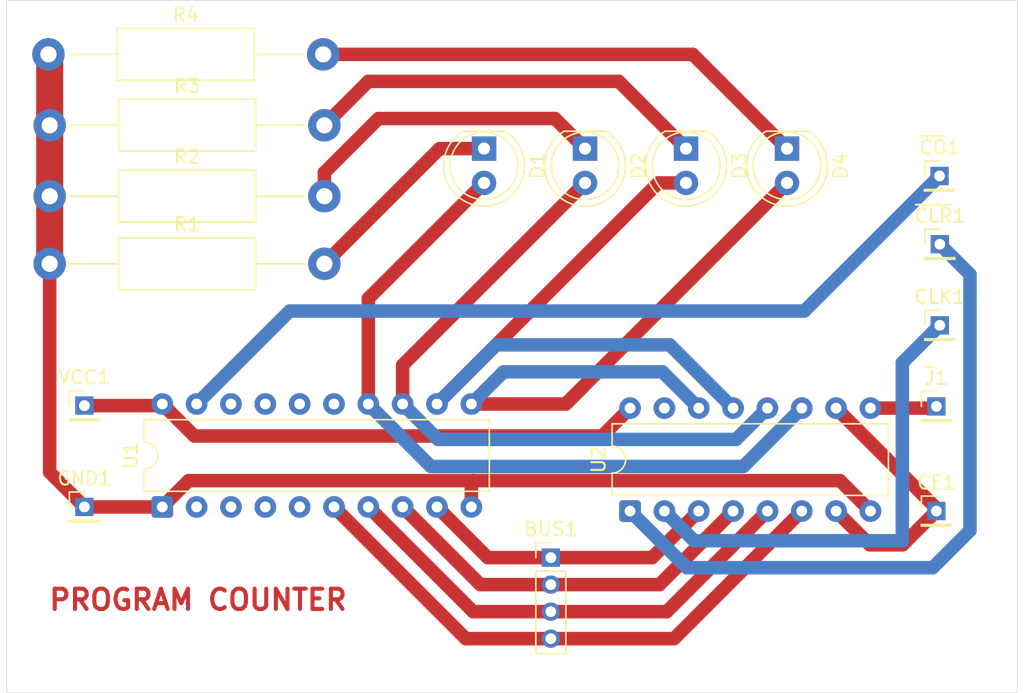
<source format=kicad_pcb>
(kicad_pcb (version 20241229) (generator "pcbnew") (generator_version "9.0")
  (layers (0 "F.Cu" signal) (2 "B.Cu" signal) (13 "F.Paste" user) (15 "B.Paste" user) (5 "F.SilkS" user "F.Silkscreen") (7 "B.SilkS" user "B.Silkscreen") (1 "F.Mask" user) (3 "B.Mask" user) (25 "Edge.Cuts" user))
  (net 0 "")
  (net 1 "Net-(D1-K)")
  (net 2 "Net-(D1-A)")
  (net 3 "Net-(D3-K)")
  (net 4 "Net-(D3-A)")
  (net 5 "Net-(D4-A)")
  (net 6 "Net-(D2-K)")
  (net 8 "Net-(D2-A)")
  (net 17 "Net-(BUS1-Pin_1)")
  (net 18 "Net-(BUS1-Pin_2)")
  (net 19 "Net-(BUS1-Pin_4)")
  (net 20 "Net-(BUS1-Pin_3)")
  (net 21 "Net-(CE1-Pin_1)")
  (net 22 "Net-(CLK1-Pin_1)")
  (net 23 "Net-(GND1-Pin_1)")
  (net 24 "Net-(U1-VCC)")
  (net 25 "Net-(U1-CE)")
  (net 26 "Net-(U2-~{MR})")
  (net 27 "Net-(U2-~{PE})")
  (net 28 "Net-(D4-K)")
  (footprint "Resistor_THT:R_Axial_DIN0411_L9.9mm_D3.6mm_P20.32mm_Horizontal" (layer "F.Cu") (at 33.43 53)
    (property "Reference" "R1" (at 10.16 -2.92 0) (layer "F.SilkS"))
    (property "Value" "R")
    (fp_line (start 1.44 0) (end 5.09 0) (stroke (width 0.12)) (layer "F.SilkS"))
    (fp_line (start 18.88 0) (end 15.23 0) (stroke (width 0.12)) (layer "F.SilkS"))
    (fp_rect (start 5.09 -1.92) (end 15.23 1.92) (stroke (width 0.12)) (fill no) (layer "F.SilkS"))
    (pad "1" thru_hole circle (at 0 0) (size 2.4 2.4) (drill 1.2) (layers "*.Cu" "*.Mask") (net 23 "Net-(GND1-Pin_1)"))
    (pad "2" thru_hole circle (at 20.32 0) (size 2.4 2.4) (drill 1.2) (layers "*.Cu" "*.Mask") (net 1 "Net-(D1-K)"))
  )
  (footprint "Package_DIP:DIP-20_W7.62mm" (layer "F.Cu") (at 41.76 71 90)
    (property "Reference" "U1" (at 3.81 -2.33 90) (layer "F.SilkS"))
    (property "Value" "74LS245")
    (fp_line (start 6.46 -1.33) (end 4.81 -1.33) (stroke (width 0.12)) (layer "F.SilkS"))
    (fp_line (start 2.81 -1.33) (end 1.16 -1.33) (stroke (width 0.12)) (layer "F.SilkS"))
    (fp_line (start 1.16 -1.33) (end 1.16 24.19) (stroke (width 0.12)) (layer "F.SilkS"))
    (fp_line (start 6.46 24.19) (end 6.46 -1.33) (stroke (width 0.12)) (layer "F.SilkS"))
    (fp_line (start 1.16 24.19) (end 6.46 24.19) (stroke (width 0.12)) (layer "F.SilkS"))
    (fp_arc (start 4.81 -1.33) (mid 3.81 -0.33) (end 2.81 -1.33) (stroke (width 0.12)) (layer "F.SilkS"))
    (pad "1" thru_hole roundrect (at 0 0 90) (size 1.6 1.6) (drill 0.8) (layers "*.Cu" "*.Mask") (roundrect_rratio 0.15625) (net 23 "Net-(GND1-Pin_1)"))
    (pad "2" thru_hole circle (at 0 2.54 90) (size 1.6 1.6) (drill 0.8) (layers "*.Cu" "*.Mask"))
    (pad "3" thru_hole circle (at 0 5.08 90) (size 1.6 1.6) (drill 0.8) (layers "*.Cu" "*.Mask"))
    (pad "4" thru_hole circle (at 0 7.62 90) (size 1.6 1.6) (drill 0.8) (layers "*.Cu" "*.Mask"))
    (pad "5" thru_hole circle (at 0 10.16 90) (size 1.6 1.6) (drill 0.8) (layers "*.Cu" "*.Mask"))
    (pad "6" thru_hole circle (at 0 12.7 90) (size 1.6 1.6) (drill 0.8) (layers "*.Cu" "*.Mask") (net 19 "Net-(BUS1-Pin_4)"))
    (pad "7" thru_hole circle (at 0 15.24 90) (size 1.6 1.6) (drill 0.8) (layers "*.Cu" "*.Mask") (net 20 "Net-(BUS1-Pin_3)"))
    (pad "8" thru_hole circle (at 0 17.78 90) (size 1.6 1.6) (drill 0.8) (layers "*.Cu" "*.Mask") (net 18 "Net-(BUS1-Pin_2)"))
    (pad "9" thru_hole circle (at 0 20.32 90) (size 1.6 1.6) (drill 0.8) (layers "*.Cu" "*.Mask") (net 17 "Net-(BUS1-Pin_1)"))
    (pad "10" thru_hole circle (at 0 22.86 90) (size 1.6 1.6) (drill 0.8) (layers "*.Cu" "*.Mask") (net 23 "Net-(GND1-Pin_1)"))
    (pad "11" thru_hole circle (at 7.62 22.86 90) (size 1.6 1.6) (drill 0.8) (layers "*.Cu" "*.Mask") (net 5 "Net-(D4-A)"))
    (pad "12" thru_hole circle (at 7.62 20.32 90) (size 1.6 1.6) (drill 0.8) (layers "*.Cu" "*.Mask") (net 4 "Net-(D3-A)"))
    (pad "13" thru_hole circle (at 7.62 17.78 90) (size 1.6 1.6) (drill 0.8) (layers "*.Cu" "*.Mask") (net 8 "Net-(D2-A)"))
    (pad "14" thru_hole circle (at 7.62 15.24 90) (size 1.6 1.6) (drill 0.8) (layers "*.Cu" "*.Mask") (net 2 "Net-(D1-A)"))
    (pad "15" thru_hole circle (at 7.62 12.7 90) (size 1.6 1.6) (drill 0.8) (layers "*.Cu" "*.Mask"))
    (pad "16" thru_hole circle (at 7.62 10.16 90) (size 1.6 1.6) (drill 0.8) (layers "*.Cu" "*.Mask"))
    (pad "17" thru_hole circle (at 7.62 7.62 90) (size 1.6 1.6) (drill 0.8) (layers "*.Cu" "*.Mask"))
    (pad "18" thru_hole circle (at 7.62 5.08 90) (size 1.6 1.6) (drill 0.8) (layers "*.Cu" "*.Mask"))
    (pad "19" thru_hole circle (at 7.62 2.54 90) (size 1.6 1.6) (drill 0.8) (layers "*.Cu" "*.Mask") (net 25 "Net-(U1-CE)"))
    (pad "20" thru_hole circle (at 7.62 0 90) (size 1.6 1.6) (drill 0.8) (layers "*.Cu" "*.Mask") (net 24 "Net-(U1-VCC)"))
  )
  (footprint "Package_DIP:DIP-16_W7.62mm" (layer "F.Cu") (at 76.36 71.305 90)
    (property "Reference" "U2" (at 3.81 -2.33 90) (layer "F.SilkS"))
    (property "Value" "74LS161")
    (fp_line (start 6.46 -1.33) (end 4.81 -1.33) (stroke (width 0.12)) (layer "F.SilkS"))
    (fp_line (start 2.81 -1.33) (end 1.16 -1.33) (stroke (width 0.12)) (layer "F.SilkS"))
    (fp_line (start 1.16 -1.33) (end 1.16 19.11) (stroke (width 0.12)) (layer "F.SilkS"))
    (fp_line (start 6.46 19.11) (end 6.46 -1.33) (stroke (width 0.12)) (layer "F.SilkS"))
    (fp_line (start 1.16 19.11) (end 6.46 19.11) (stroke (width 0.12)) (layer "F.SilkS"))
    (fp_arc (start 4.81 -1.33) (mid 3.81 -0.33) (end 2.81 -1.33) (stroke (width 0.12)) (layer "F.SilkS"))
    (pad "1" thru_hole roundrect (at 0 0 90) (size 1.6 1.6) (drill 0.8) (layers "*.Cu" "*.Mask") (roundrect_rratio 0.15625) (net 26 "Net-(U2-~{MR})"))
    (pad "2" thru_hole circle (at 0 2.54 90) (size 1.6 1.6) (drill 0.8) (layers "*.Cu" "*.Mask") (net 22 "Net-(CLK1-Pin_1)"))
    (pad "3" thru_hole circle (at 0 5.08 90) (size 1.6 1.6) (drill 0.8) (layers "*.Cu" "*.Mask") (net 17 "Net-(BUS1-Pin_1)"))
    (pad "4" thru_hole circle (at 0 7.62 90) (size 1.6 1.6) (drill 0.8) (layers "*.Cu" "*.Mask") (net 18 "Net-(BUS1-Pin_2)"))
    (pad "5" thru_hole circle (at 0 10.16 90) (size 1.6 1.6) (drill 0.8) (layers "*.Cu" "*.Mask") (net 20 "Net-(BUS1-Pin_3)"))
    (pad "6" thru_hole circle (at 0 12.7 90) (size 1.6 1.6) (drill 0.8) (layers "*.Cu" "*.Mask") (net 19 "Net-(BUS1-Pin_4)"))
    (pad "7" thru_hole circle (at 0 15.24 90) (size 1.6 1.6) (drill 0.8) (layers "*.Cu" "*.Mask") (net 21 "Net-(CE1-Pin_1)"))
    (pad "8" thru_hole circle (at 0 17.78 90) (size 1.6 1.6) (drill 0.8) (layers "*.Cu" "*.Mask") (net 23 "Net-(GND1-Pin_1)"))
    (pad "9" thru_hole circle (at 7.62 17.78 90) (size 1.6 1.6) (drill 0.8) (layers "*.Cu" "*.Mask") (net 27 "Net-(U2-~{PE})"))
    (pad "10" thru_hole circle (at 7.62 15.24 90) (size 1.6 1.6) (drill 0.8) (layers "*.Cu" "*.Mask") (net 21 "Net-(CE1-Pin_1)"))
    (pad "11" thru_hole circle (at 7.62 12.7 90) (size 1.6 1.6) (drill 0.8) (layers "*.Cu" "*.Mask") (net 2 "Net-(D1-A)"))
    (pad "12" thru_hole circle (at 7.62 10.16 90) (size 1.6 1.6) (drill 0.8) (layers "*.Cu" "*.Mask") (net 8 "Net-(D2-A)"))
    (pad "13" thru_hole circle (at 7.62 7.62 90) (size 1.6 1.6) (drill 0.8) (layers "*.Cu" "*.Mask") (net 4 "Net-(D3-A)"))
    (pad "14" thru_hole circle (at 7.62 5.08 90) (size 1.6 1.6) (drill 0.8) (layers "*.Cu" "*.Mask") (net 5 "Net-(D4-A)"))
    (pad "15" thru_hole circle (at 7.62 2.54 90) (size 1.6 1.6) (drill 0.8) (layers "*.Cu" "*.Mask"))
    (pad "16" thru_hole circle (at 7.62 0 90) (size 1.6 1.6) (drill 0.8) (layers "*.Cu" "*.Mask") (net 24 "Net-(U1-VCC)"))
  )
  (footprint "LED_THT:LED_D5.0mm" (layer "F.Cu") (at 80.5 44.475 -90)
    (property "Reference" "D3" (at 1.27 -3.96 90) (layer "F.SilkS"))
    (property "Value" "LED")
    (fp_line (start -1.29 -1.545) (end -1.29 1.545) (stroke (width 0.12)) (layer "F.SilkS"))
    (fp_arc (start 4.26 0) (mid 2.071779 2.880495) (end -1.29 1.54483) (stroke (width 0.12)) (layer "F.SilkS"))
    (fp_arc (start -1.29 -1.54483) (mid 2.071779 -2.880495) (end 4.26 0) (stroke (width 0.12)) (layer "F.SilkS"))
    (fp_circle (center 1.27 0) (end 3.77 0) (stroke (width 0.12)) (fill no) (layer "F.SilkS"))
    (pad "1" thru_hole rect (at 0 0 270) (size 1.8 1.8) (drill 0.9) (layers "*.Cu" "*.Mask") (net 3 "Net-(D3-K)"))
    (pad "2" thru_hole circle (at 2.54 0 270) (size 1.8 1.8) (drill 0.9) (layers "*.Cu" "*.Mask") (net 4 "Net-(D3-A)"))
  )
  (footprint "Connector_PinHeader_2.00mm:PinHeader_1x01_P2.00mm_Vertical" (layer "F.Cu") (at 99.25 46.5)
    (property "Reference" "~{CO}1" (at 0 -2.11 0) (layer "F.SilkS"))
    (property "Value" "Conn_01x01_Pin")
    (fp_line (start -1.11 -1.11) (end 0 -1.11) (stroke (width 0.12)) (layer "F.SilkS"))
    (fp_line (start -1.11 0) (end -1.11 -1.11) (stroke (width 0.12)) (layer "F.SilkS"))
    (fp_line (start -1.11 1) (end -1.11 1.11) (stroke (width 0.12)) (layer "F.SilkS"))
    (fp_line (start -1.11 1) (end 1.11 1) (stroke (width 0.12)) (layer "F.SilkS"))
    (fp_line (start -1.11 1.11) (end 1.11 1.11) (stroke (width 0.12)) (layer "F.SilkS"))
    (fp_line (start 1.11 1) (end 1.11 1.11) (stroke (width 0.12)) (layer "F.SilkS"))
    (pad "1" thru_hole rect (at 0 0) (size 1.35 1.35) (drill 0.8) (layers "*.Cu" "*.Mask") (net 25 "Net-(U1-CE)"))
  )
  (footprint "Connector_PinHeader_2.00mm:PinHeader_1x01_P2.00mm_Vertical" (layer "F.Cu") (at 36 71)
    (property "Reference" "GND1" (at 0 -2.11 0) (layer "F.SilkS"))
    (property "Value" "Conn_01x01_Pin")
    (fp_line (start -1.11 -1.11) (end 0 -1.11) (stroke (width 0.12)) (layer "F.SilkS"))
    (fp_line (start -1.11 0) (end -1.11 -1.11) (stroke (width 0.12)) (layer "F.SilkS"))
    (fp_line (start -1.11 1) (end -1.11 1.11) (stroke (width 0.12)) (layer "F.SilkS"))
    (fp_line (start -1.11 1) (end 1.11 1) (stroke (width 0.12)) (layer "F.SilkS"))
    (fp_line (start -1.11 1.11) (end 1.11 1.11) (stroke (width 0.12)) (layer "F.SilkS"))
    (fp_line (start 1.11 1) (end 1.11 1.11) (stroke (width 0.12)) (layer "F.SilkS"))
    (pad "1" thru_hole rect (at 0 0) (size 1.35 1.35) (drill 0.8) (layers "*.Cu" "*.Mask") (net 23 "Net-(GND1-Pin_1)"))
  )
  (footprint "Connector_PinHeader_2.00mm:PinHeader_1x01_P2.00mm_Vertical" (layer "F.Cu") (at 99.27 51.555)
    (property "Reference" "~{CLR}1" (at 0 -2.11 0) (layer "F.SilkS"))
    (property "Value" "Conn_01x01_Pin")
    (fp_line (start -1.11 -1.11) (end 0 -1.11) (stroke (width 0.12)) (layer "F.SilkS"))
    (fp_line (start -1.11 0) (end -1.11 -1.11) (stroke (width 0.12)) (layer "F.SilkS"))
    (fp_line (start -1.11 1) (end -1.11 1.11) (stroke (width 0.12)) (layer "F.SilkS"))
    (fp_line (start -1.11 1) (end 1.11 1) (stroke (width 0.12)) (layer "F.SilkS"))
    (fp_line (start -1.11 1.11) (end 1.11 1.11) (stroke (width 0.12)) (layer "F.SilkS"))
    (fp_line (start 1.11 1) (end 1.11 1.11) (stroke (width 0.12)) (layer "F.SilkS"))
    (pad "1" thru_hole rect (at 0 0) (size 1.35 1.35) (drill 0.8) (layers "*.Cu" "*.Mask") (net 26 "Net-(U2-~{MR})"))
  )
  (footprint "Connector_PinHeader_2.00mm:PinHeader_1x01_P2.00mm_Vertical" (layer "F.Cu") (at 99.27 57.555)
    (property "Reference" "CLK1" (at 0 -2.11 0) (layer "F.SilkS"))
    (property "Value" "Conn_01x01_Pin")
    (fp_line (start -1.11 -1.11) (end 0 -1.11) (stroke (width 0.12)) (layer "F.SilkS"))
    (fp_line (start -1.11 0) (end -1.11 -1.11) (stroke (width 0.12)) (layer "F.SilkS"))
    (fp_line (start -1.11 1) (end -1.11 1.11) (stroke (width 0.12)) (layer "F.SilkS"))
    (fp_line (start -1.11 1) (end 1.11 1) (stroke (width 0.12)) (layer "F.SilkS"))
    (fp_line (start -1.11 1.11) (end 1.11 1.11) (stroke (width 0.12)) (layer "F.SilkS"))
    (fp_line (start 1.11 1) (end 1.11 1.11) (stroke (width 0.12)) (layer "F.SilkS"))
    (pad "1" thru_hole rect (at 0 0) (size 1.35 1.35) (drill 0.8) (layers "*.Cu" "*.Mask") (net 22 "Net-(CLK1-Pin_1)"))
  )
  (footprint "LED_THT:LED_D5.0mm" (layer "F.Cu") (at 73.03 44.475 -90)
    (property "Reference" "D2" (at 1.27 -3.96 90) (layer "F.SilkS"))
    (property "Value" "LED")
    (fp_line (start -1.29 -1.545) (end -1.29 1.545) (stroke (width 0.12)) (layer "F.SilkS"))
    (fp_arc (start 4.26 0) (mid 2.071779 2.880495) (end -1.29 1.54483) (stroke (width 0.12)) (layer "F.SilkS"))
    (fp_arc (start -1.29 -1.54483) (mid 2.071779 -2.880495) (end 4.26 0) (stroke (width 0.12)) (layer "F.SilkS"))
    (fp_circle (center 1.27 0) (end 3.77 0) (stroke (width 0.12)) (fill no) (layer "F.SilkS"))
    (pad "1" thru_hole rect (at 0 0 270) (size 1.8 1.8) (drill 0.9) (layers "*.Cu" "*.Mask") (net 6 "Net-(D2-K)"))
    (pad "2" thru_hole circle (at 2.54 0 270) (size 1.8 1.8) (drill 0.9) (layers "*.Cu" "*.Mask") (net 8 "Net-(D2-A)"))
  )
  (footprint "LED_THT:LED_D5.0mm" (layer "F.Cu") (at 87.97 44.475 -90)
    (property "Reference" "D4" (at 1.27 -3.96 90) (layer "F.SilkS"))
    (property "Value" "LED")
    (fp_line (start -1.29 -1.545) (end -1.29 1.545) (stroke (width 0.12)) (layer "F.SilkS"))
    (fp_arc (start 4.26 0) (mid 2.071779 2.880495) (end -1.29 1.54483) (stroke (width 0.12)) (layer "F.SilkS"))
    (fp_arc (start -1.29 -1.54483) (mid 2.071779 -2.880495) (end 4.26 0) (stroke (width 0.12)) (layer "F.SilkS"))
    (fp_circle (center 1.27 0) (end 3.77 0) (stroke (width 0.12)) (fill no) (layer "F.SilkS"))
    (pad "1" thru_hole rect (at 0 0 270) (size 1.8 1.8) (drill 0.9) (layers "*.Cu" "*.Mask") (net 28 "Net-(D4-K)"))
    (pad "2" thru_hole circle (at 2.54 0 270) (size 1.8 1.8) (drill 0.9) (layers "*.Cu" "*.Mask") (net 5 "Net-(D4-A)"))
  )
  (footprint "Resistor_THT:R_Axial_DIN0411_L9.9mm_D3.6mm_P20.32mm_Horizontal" (layer "F.Cu") (at 33.43 48)
    (property "Reference" "R2" (at 10.16 -2.92 0) (layer "F.SilkS"))
    (property "Value" "R")
    (fp_line (start 1.44 0) (end 5.09 0) (stroke (width 0.12)) (layer "F.SilkS"))
    (fp_line (start 18.88 0) (end 15.23 0) (stroke (width 0.12)) (layer "F.SilkS"))
    (fp_rect (start 5.09 -1.92) (end 15.23 1.92) (stroke (width 0.12)) (fill no) (layer "F.SilkS"))
    (pad "1" thru_hole circle (at 0 0) (size 2.4 2.4) (drill 1.2) (layers "*.Cu" "*.Mask") (net 23 "Net-(GND1-Pin_1)"))
    (pad "2" thru_hole circle (at 20.32 0) (size 2.4 2.4) (drill 1.2) (layers "*.Cu" "*.Mask") (net 6 "Net-(D2-K)"))
  )
  (footprint "Connector_PinHeader_2.00mm:PinHeader_1x01_P2.00mm_Vertical" (layer "F.Cu") (at 99.02 63.555)
    (property "Reference" "~{J}1" (at 0 -2.11 0) (layer "F.SilkS"))
    (property "Value" "Conn_01x01_Pin")
    (fp_line (start -1.11 -1.11) (end 0 -1.11) (stroke (width 0.12)) (layer "F.SilkS"))
    (fp_line (start -1.11 0) (end -1.11 -1.11) (stroke (width 0.12)) (layer "F.SilkS"))
    (fp_line (start -1.11 1) (end -1.11 1.11) (stroke (width 0.12)) (layer "F.SilkS"))
    (fp_line (start -1.11 1) (end 1.11 1) (stroke (width 0.12)) (layer "F.SilkS"))
    (fp_line (start -1.11 1.11) (end 1.11 1.11) (stroke (width 0.12)) (layer "F.SilkS"))
    (fp_line (start 1.11 1) (end 1.11 1.11) (stroke (width 0.12)) (layer "F.SilkS"))
    (pad "1" thru_hole rect (at 0 0) (size 1.35 1.35) (drill 0.8) (layers "*.Cu" "*.Mask") (net 27 "Net-(U2-~{PE})"))
  )
  (footprint "Connector_PinHeader_2.00mm:PinHeader_1x01_P2.00mm_Vertical" (layer "F.Cu") (at 36 63.5)
    (property "Reference" "VCC1" (at 0 -2.11 0) (layer "F.SilkS"))
    (property "Value" "Conn_01x01_Pin")
    (fp_line (start -1.11 -1.11) (end 0 -1.11) (stroke (width 0.12)) (layer "F.SilkS"))
    (fp_line (start -1.11 0) (end -1.11 -1.11) (stroke (width 0.12)) (layer "F.SilkS"))
    (fp_line (start -1.11 1) (end -1.11 1.11) (stroke (width 0.12)) (layer "F.SilkS"))
    (fp_line (start -1.11 1) (end 1.11 1) (stroke (width 0.12)) (layer "F.SilkS"))
    (fp_line (start -1.11 1.11) (end 1.11 1.11) (stroke (width 0.12)) (layer "F.SilkS"))
    (fp_line (start 1.11 1) (end 1.11 1.11) (stroke (width 0.12)) (layer "F.SilkS"))
    (pad "1" thru_hole rect (at 0 0) (size 1.35 1.35) (drill 0.8) (layers "*.Cu" "*.Mask") (net 24 "Net-(U1-VCC)"))
  )
  (footprint "LED_THT:LED_D5.0mm" (layer "F.Cu") (at 65.56 44.475 -90)
    (property "Reference" "D1" (at 1.27 -3.96 90) (layer "F.SilkS"))
    (property "Value" "LED")
    (fp_line (start -1.29 -1.545) (end -1.29 1.545) (stroke (width 0.12)) (layer "F.SilkS"))
    (fp_arc (start 4.26 0) (mid 2.071779 2.880495) (end -1.29 1.54483) (stroke (width 0.12)) (layer "F.SilkS"))
    (fp_arc (start -1.29 -1.54483) (mid 2.071779 -2.880495) (end 4.26 0) (stroke (width 0.12)) (layer "F.SilkS"))
    (fp_circle (center 1.27 0) (end 3.77 0) (stroke (width 0.12)) (fill no) (layer "F.SilkS"))
    (pad "1" thru_hole rect (at 0 0 270) (size 1.8 1.8) (drill 0.9) (layers "*.Cu" "*.Mask") (net 1 "Net-(D1-K)"))
    (pad "2" thru_hole circle (at 2.54 0 270) (size 1.8 1.8) (drill 0.9) (layers "*.Cu" "*.Mask") (net 2 "Net-(D1-A)"))
  )
  (footprint "Connector_PinHeader_2.00mm:PinHeader_1x01_P2.00mm_Vertical" (layer "F.Cu") (at 99.02 71.305)
    (property "Reference" "CE1" (at 0 -2.11 0) (layer "F.SilkS"))
    (property "Value" "Conn_01x01_Pin")
    (fp_line (start -1.11 -1.11) (end 0 -1.11) (stroke (width 0.12)) (layer "F.SilkS"))
    (fp_line (start -1.11 0) (end -1.11 -1.11) (stroke (width 0.12)) (layer "F.SilkS"))
    (fp_line (start -1.11 1) (end -1.11 1.11) (stroke (width 0.12)) (layer "F.SilkS"))
    (fp_line (start -1.11 1) (end 1.11 1) (stroke (width 0.12)) (layer "F.SilkS"))
    (fp_line (start -1.11 1.11) (end 1.11 1.11) (stroke (width 0.12)) (layer "F.SilkS"))
    (fp_line (start 1.11 1) (end 1.11 1.11) (stroke (width 0.12)) (layer "F.SilkS"))
    (pad "1" thru_hole rect (at 0 0) (size 1.35 1.35) (drill 0.8) (layers "*.Cu" "*.Mask") (net 21 "Net-(CE1-Pin_1)"))
  )
  (footprint "Resistor_THT:R_Axial_DIN0411_L9.9mm_D3.6mm_P20.32mm_Horizontal" (layer "F.Cu") (at 33.34 37.5)
    (property "Reference" "R4" (at 10.16 -2.92 0) (layer "F.SilkS"))
    (property "Value" "R")
    (fp_line (start 1.44 0) (end 5.09 0) (stroke (width 0.12)) (layer "F.SilkS"))
    (fp_line (start 18.88 0) (end 15.23 0) (stroke (width 0.12)) (layer "F.SilkS"))
    (fp_rect (start 5.09 -1.92) (end 15.23 1.92) (stroke (width 0.12)) (fill no) (layer "F.SilkS"))
    (pad "1" thru_hole circle (at 0 0) (size 2.4 2.4) (drill 1.2) (layers "*.Cu" "*.Mask") (net 23 "Net-(GND1-Pin_1)"))
    (pad "2" thru_hole circle (at 20.32 0) (size 2.4 2.4) (drill 1.2) (layers "*.Cu" "*.Mask") (net 28 "Net-(D4-K)"))
  )
  (footprint "Connector_PinHeader_2.00mm:PinHeader_1x04_P2.00mm_Vertical" (layer "F.Cu") (at 70.5 74.75)
    (property "Reference" "BUS1" (at 0 -2.11 0) (layer "F.SilkS"))
    (property "Value" "Conn_01x04_Pin")
    (fp_line (start -1.11 -1.11) (end 0 -1.11) (stroke (width 0.12)) (layer "F.SilkS"))
    (fp_line (start -1.11 0) (end -1.11 -1.11) (stroke (width 0.12)) (layer "F.SilkS"))
    (fp_line (start -1.11 1) (end -1.11 7.11) (stroke (width 0.12)) (layer "F.SilkS"))
    (fp_line (start -1.11 1) (end 1.11 1) (stroke (width 0.12)) (layer "F.SilkS"))
    (fp_line (start -1.11 7.11) (end 1.11 7.11) (stroke (width 0.12)) (layer "F.SilkS"))
    (fp_line (start 1.11 1) (end 1.11 7.11) (stroke (width 0.12)) (layer "F.SilkS"))
    (pad "1" thru_hole rect (at 0 0) (size 1.35 1.35) (drill 0.8) (layers "*.Cu" "*.Mask") (net 17 "Net-(BUS1-Pin_1)"))
    (pad "2" thru_hole circle (at 0 2) (size 1.35 1.35) (drill 0.8) (layers "*.Cu" "*.Mask") (net 18 "Net-(BUS1-Pin_2)"))
    (pad "3" thru_hole circle (at 0 4) (size 1.35 1.35) (drill 0.8) (layers "*.Cu" "*.Mask") (net 20 "Net-(BUS1-Pin_3)"))
    (pad "4" thru_hole circle (at 0 6) (size 1.35 1.35) (drill 0.8) (layers "*.Cu" "*.Mask") (net 19 "Net-(BUS1-Pin_4)"))
  )
  (footprint "Resistor_THT:R_Axial_DIN0411_L9.9mm_D3.6mm_P20.32mm_Horizontal" (layer "F.Cu") (at 33.43 42.75)
    (property "Reference" "R3" (at 10.16 -2.92 0) (layer "F.SilkS"))
    (property "Value" "R")
    (fp_line (start 1.44 0) (end 5.09 0) (stroke (width 0.12)) (layer "F.SilkS"))
    (fp_line (start 18.88 0) (end 15.23 0) (stroke (width 0.12)) (layer "F.SilkS"))
    (fp_rect (start 5.09 -1.92) (end 15.23 1.92) (stroke (width 0.12)) (fill no) (layer "F.SilkS"))
    (pad "1" thru_hole circle (at 0 0) (size 2.4 2.4) (drill 1.2) (layers "*.Cu" "*.Mask") (net 23 "Net-(GND1-Pin_1)"))
    (pad "2" thru_hole circle (at 20.32 0) (size 2.4 2.4) (drill 1.2) (layers "*.Cu" "*.Mask") (net 3 "Net-(D3-K)"))
  )
  (gr_rect (start 30.25 33.5) (end 105 84.75) (stroke (width 0.05)) (fill no) (layer "Edge.Cuts"))
  (gr_text "PROGRAM COUNTER" (at 33.25 78.75 0) (layer "F.Cu") (effects (font (size 1.5 1.5) (thickness 0.3) (bold yes)) (justify left bottom)))
  (segment (start 62.275 44.475) (end 65.56 44.475) (width 1) (layer "F.Cu") (net 1))
  (segment (start 53.75 53) (end 62.275 44.475) (width 1) (layer "F.Cu") (net 1))
  (segment (start 57 63.38) (end 57 55.575) (width 1) (layer "F.Cu") (net 2))
  (segment (start 57 55.575) (end 65.56 47.015) (width 1) (layer "F.Cu") (net 2))
  (segment (start 61.62 68) (end 57 63.38) (width 1) (layer "B.Cu") (net 2))
  (segment (start 89.06 63.685) (end 84.745 68) (width 1) (layer "B.Cu") (net 2))
  (segment (start 84.745 68) (end 61.62 68) (width 1) (layer "B.Cu") (net 2))
  (segment (start 57 39.5) (end 75.525 39.5) (width 1) (layer "F.Cu") (net 3))
  (segment (start 75.525 39.5) (end 80.5 44.475) (width 1) (layer "F.Cu") (net 3))
  (segment (start 53.75 42.75) (end 57 39.5) (width 1) (layer "F.Cu") (net 3))
  (segment (start 78.445 47.015) (end 62.08 63.38) (width 1) (layer "F.Cu") (net 4))
  (segment (start 80.5 47.015) (end 78.445 47.015) (width 1) (layer "F.Cu") (net 4))
  (segment (start 79.295 59) (end 66.46 59) (width 1) (layer "B.Cu") (net 4))
  (segment (start 83.98 63.685) (end 79.295 59) (width 1) (layer "B.Cu") (net 4))
  (segment (start 66.46 59) (end 62.08 63.38) (width 1) (layer "B.Cu") (net 4))
  (segment (start 87.97 47.015) (end 71.7425 63.2425) (width 1) (layer "F.Cu") (net 5))
  (segment (start 71.605 63.38) (end 64.62 63.38) (width 1) (layer "F.Cu") (net 5))
  (segment (start 71.7425 63.2425) (end 71.605 63.38) (width 1) (layer "F.Cu") (net 5))
  (segment (start 71.7425 63.2425) (end 72.856 62.129) (width 1) (layer "F.Cu") (net 5))
  (segment (start 78.755 61) (end 67 61) (width 1) (layer "B.Cu") (net 5))
  (segment (start 81.44 63.685) (end 78.755 61) (width 1) (layer "B.Cu") (net 5))
  (segment (start 67 61) (end 64.62 63.38) (width 1) (layer "B.Cu") (net 5))
  (segment (start 53.75 46.25) (end 57.75 42.25) (width 1) (layer "F.Cu") (net 6))
  (segment (start 53.75 48) (end 53.75 46.25) (width 1) (layer "F.Cu") (net 6))
  (segment (start 70.805 42.25) (end 73.03 44.475) (width 1) (layer "F.Cu") (net 6))
  (segment (start 57.75 42.25) (end 70.805 42.25) (width 1) (layer "F.Cu") (net 6))
  (segment (start 59.54 60.505) (end 73.03 47.015) (width 1) (layer "F.Cu") (net 8))
  (segment (start 59.54 63.38) (end 59.54 60.505) (width 1) (layer "F.Cu") (net 8))
  (segment (start 86.52 63.685) (end 84.205 66) (width 1) (layer "B.Cu") (net 8))
  (segment (start 62.16 66) (end 59.54 63.38) (width 1) (layer "B.Cu") (net 8))
  (segment (start 84.205 66) (end 62.16 66) (width 1) (layer "B.Cu") (net 8))
  (segment (start 65.83 74.75) (end 70.5 74.75) (width 1) (layer "F.Cu") (net 17))
  (segment (start 62.08 71) (end 65.83 74.75) (width 1) (layer "F.Cu") (net 17))
  (segment (start 70.5 74.75) (end 77.995 74.75) (width 1) (layer "F.Cu") (net 17))
  (segment (start 77.995 74.75) (end 81.44 71.305) (width 1) (layer "F.Cu") (net 17))
  (segment (start 70.5 76.75) (end 78.535 76.75) (width 1) (layer "F.Cu") (net 18))
  (segment (start 59.54 71) (end 65.29 76.75) (width 1) (layer "F.Cu") (net 18))
  (segment (start 78.535 76.75) (end 83.98 71.305) (width 1) (layer "F.Cu") (net 18))
  (segment (start 65.29 76.75) (end 70.5 76.75) (width 1) (layer "F.Cu") (net 18))
  (segment (start 70.5 80.75) (end 79.615 80.75) (width 1) (layer "F.Cu") (net 19))
  (segment (start 64.21 80.75) (end 70.5 80.75) (width 1) (layer "F.Cu") (net 19))
  (segment (start 54.46 71) (end 64.21 80.75) (width 1) (layer "F.Cu") (net 19))
  (segment (start 79.615 80.75) (end 89.06 71.305) (width 1) (layer "F.Cu") (net 19))
  (segment (start 57 71) (end 64.75 78.75) (width 1) (layer "F.Cu") (net 20))
  (segment (start 64.75 78.75) (end 70.5 78.75) (width 1) (layer "F.Cu") (net 20))
  (segment (start 70.5 78.75) (end 79.075 78.75) (width 1) (layer "F.Cu") (net 20))
  (segment (start 79.075 78.75) (end 86.52 71.305) (width 1) (layer "F.Cu") (net 20))
  (segment (start 91.6 71.305) (end 94.1 73.805) (width 1) (layer "F.Cu") (net 21))
  (segment (start 96.52 73.805) (end 99.02 71.305) (width 1) (layer "F.Cu") (net 21))
  (segment (start 91.6 63.685) (end 99.02 71.105) (width 1) (layer "F.Cu") (net 21))
  (segment (start 94.1 73.805) (end 96.52 73.805) (width 1) (layer "F.Cu") (net 21))
  (segment (start 99.02 71.105) (end 99.02 71.305) (width 1) (layer "F.Cu") (net 21))
  (segment (start 96.5 73.5) (end 96.5 60.325) (width 1) (layer "B.Cu") (net 22))
  (segment (start 78.9 71.305) (end 81.095 73.5) (width 1) (layer "B.Cu") (net 22))
  (segment (start 81.095 73.5) (end 96.5 73.5) (width 1) (layer "B.Cu") (net 22))
  (segment (start 96.5 60.325) (end 99.27 57.555) (width 1) (layer "B.Cu") (net 22))
  (segment (start 36 71) (end 41.76 71) (width 1) (layer "F.Cu") (net 23))
  (segment (start 64.75 69.055) (end 91.89 69.055) (width 1) (layer "F.Cu") (net 23))
  (segment (start 33.43 37.75) (end 33.43 42.9) (width 2) (layer "F.Cu") (net 23))
  (segment (start 33.43 42.9) (end 33.43 48.05) (width 2) (layer "F.Cu") (net 23))
  (segment (start 33.43 68.43) (end 33.43 53) (width 1) (layer "F.Cu") (net 23))
  (segment (start 36 71) (end 33.43 68.43) (width 1) (layer "F.Cu") (net 23))
  (segment (start 33.43 50.32) (end 33.43 48.05) (width 1) (layer "F.Cu") (net 23))
  (segment (start 64.62 69.185) (end 64.75 69.055) (width 1) (layer "F.Cu") (net 23))
  (segment (start 43.705 69.055) (end 64.75 69.055) (width 1) (layer "F.Cu") (net 23))
  (segment (start 33.43 48.05) (end 33.43 53.2) (width 2) (layer "F.Cu") (net 23))
  (segment (start 91.89 69.055) (end 94.14 71.305) (width 1) (layer "F.Cu") (net 23))
  (segment (start 41.76 71) (end 43.705 69.055) (width 1) (layer "F.Cu") (net 23))
  (segment (start 64.62 71) (end 64.62 69.185) (width 1) (layer "F.Cu") (net 23))
  (segment (start 74.295 65.75) (end 76.36 63.685) (width 1) (layer "F.Cu") (net 24))
  (segment (start 41.64 63.5) (end 41.76 63.38) (width 1) (layer "F.Cu") (net 24))
  (segment (start 44.13 65.75) (end 74.295 65.75) (width 1) (layer "F.Cu") (net 24))
  (segment (start 41.76 63.38) (end 44.13 65.75) (width 1) (layer "F.Cu") (net 24))
  (segment (start 36 63.5) (end 41.64 63.5) (width 1) (layer "F.Cu") (net 24))
  (segment (start 51.18 56.5) (end 44.3 63.38) (width 1) (layer "B.Cu") (net 25))
  (segment (start 99.25 46.5) (end 89.25 56.5) (width 1) (layer "B.Cu") (net 25))
  (segment (start 89.25 56.5) (end 51.18 56.5) (width 1) (layer "B.Cu") (net 25))
  (segment (start 98.75 75.5) (end 80.555 75.5) (width 1) (layer "B.Cu") (net 26))
  (segment (start 80.555 75.5) (end 76.36 71.305) (width 1) (layer "B.Cu") (net 26))
  (segment (start 101.5 53.785) (end 101.5 72.75) (width 1) (layer "B.Cu") (net 26))
  (segment (start 99.27 51.555) (end 101.5 53.785) (width 1) (layer "B.Cu") (net 26))
  (segment (start 101.5 72.75) (end 98.75 75.5) (width 1) (layer "B.Cu") (net 26))
  (segment (start 94.14 63.685) (end 98.89 63.685) (width 1) (layer "F.Cu") (net 27))
  (segment (start 98.89 63.685) (end 99.02 63.555) (width 1) (layer "F.Cu") (net 27))
  (segment (start 53.66 37.5) (end 80.995 37.5) (width 1) (layer "F.Cu") (net 28))
  (segment (start 80.995 37.5) (end 87.97 44.475) (width 1) (layer "F.Cu") (net 28))
)
</source>
